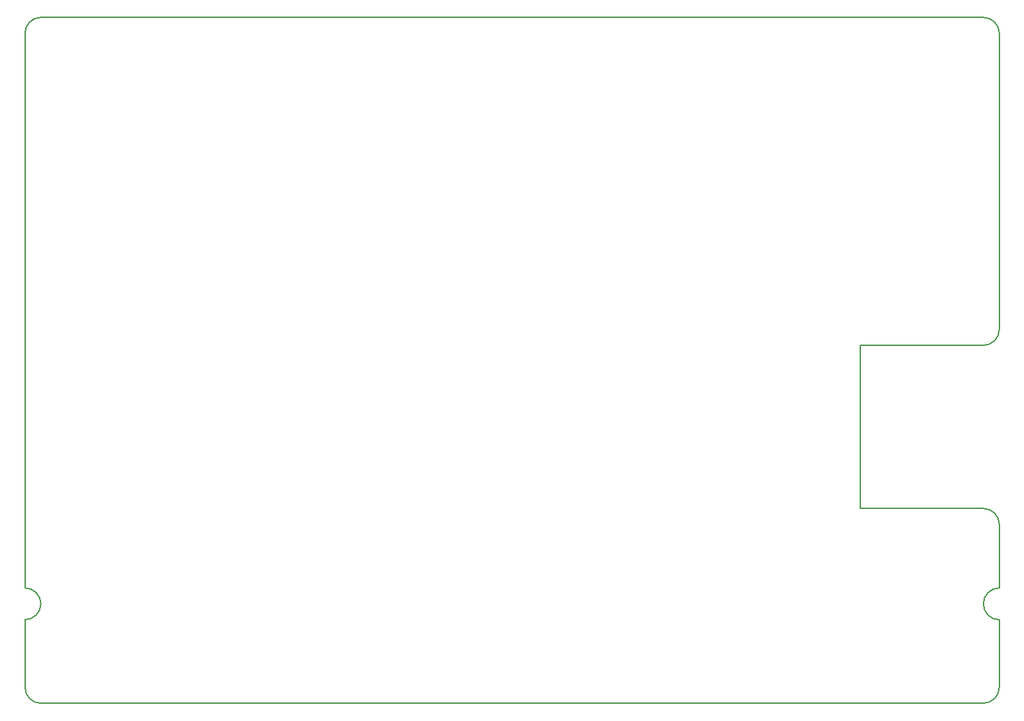
<source format=gbr>
G04 #@! TF.GenerationSoftware,KiCad,Pcbnew,(5.0.0)*
G04 #@! TF.CreationDate,2018-10-11T16:37:49-05:00*
G04 #@! TF.ProjectId,StandardBoard_FullTiva,5374616E64617264426F6172645F4675,rev?*
G04 #@! TF.SameCoordinates,Original*
G04 #@! TF.FileFunction,Profile,NP*
%FSLAX46Y46*%
G04 Gerber Fmt 4.6, Leading zero omitted, Abs format (unit mm)*
G04 Created by KiCad (PCBNEW (5.0.0)) date 10/11/18 16:37:49*
%MOMM*%
%LPD*%
G01*
G04 APERTURE LIST*
%ADD10C,0.150000*%
G04 APERTURE END LIST*
D10*
X215900000Y-96266000D02*
X215900000Y-58420000D01*
X91440000Y-58420000D02*
X91440000Y-129286000D01*
X213868000Y-56388000D02*
X93472000Y-56388000D01*
X93472000Y-56388000D02*
G75*
G03X91440000Y-58420000I0J-2032000D01*
G01*
X215900000Y-58420000D02*
G75*
G03X213868000Y-56388000I-2032000J0D01*
G01*
X93472000Y-131318000D02*
G75*
G03X91440000Y-129286000I-2032000J0D01*
G01*
X91440000Y-133350000D02*
G75*
G03X93472000Y-131318000I0J2032000D01*
G01*
X91440000Y-141986000D02*
G75*
G03X93472000Y-144018000I2032000J0D01*
G01*
X213868000Y-144018000D02*
G75*
G03X215900000Y-141986000I0J2032000D01*
G01*
X213868000Y-131318000D02*
G75*
G03X215900000Y-133350000I2032000J0D01*
G01*
X215900000Y-129286000D02*
G75*
G03X213868000Y-131318000I0J-2032000D01*
G01*
X215900000Y-121158000D02*
G75*
G03X213868000Y-119126000I-2032000J0D01*
G01*
X213868000Y-98298000D02*
G75*
G03X215900000Y-96266000I0J2032000D01*
G01*
X213868000Y-98298000D02*
X198120000Y-98298000D01*
X198120000Y-119126000D02*
X198120000Y-98298000D01*
X213868000Y-119126000D02*
X198120000Y-119126000D01*
X215900000Y-129286000D02*
X215900000Y-121158000D01*
X215900000Y-141986000D02*
X215900000Y-133350000D01*
X93472000Y-144018000D02*
X213868000Y-144018000D01*
X91440000Y-133350000D02*
X91440000Y-141986000D01*
M02*

</source>
